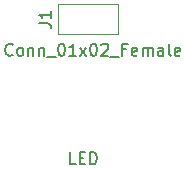
<source format=gbr>
G04 #@! TF.GenerationSoftware,KiCad,Pcbnew,(5.0.0)*
G04 #@! TF.CreationDate,2018-07-31T15:29:21+01:00*
G04 #@! TF.ProjectId,uv_led,75765F6C65642E6B696361645F706362,rev?*
G04 #@! TF.SameCoordinates,Original*
G04 #@! TF.FileFunction,Other,Fab,Top*
%FSLAX46Y46*%
G04 Gerber Fmt 4.6, Leading zero omitted, Abs format (unit mm)*
G04 Created by KiCad (PCBNEW (5.0.0)) date 07/31/18 15:29:21*
%MOMM*%
%LPD*%
G01*
G04 APERTURE LIST*
%ADD10C,0.100000*%
%ADD11C,0.150000*%
G04 APERTURE END LIST*
D10*
G04 #@! TO.C,J1*
X146050000Y-87630000D02*
X151130000Y-87630000D01*
X151130000Y-87630000D02*
X151130000Y-85090000D01*
X151130000Y-85090000D02*
X146050000Y-85090000D01*
X146050000Y-85090000D02*
X146050000Y-87630000D01*
G04 #@! TD*
G04 #@! TO.C,D1*
D11*
X147548362Y-98633540D02*
X147072172Y-98633540D01*
X147072172Y-97633540D01*
X147881696Y-98109731D02*
X148215029Y-98109731D01*
X148357886Y-98633540D02*
X147881696Y-98633540D01*
X147881696Y-97633540D01*
X148357886Y-97633540D01*
X148786458Y-98633540D02*
X148786458Y-97633540D01*
X149024553Y-97633540D01*
X149167410Y-97681160D01*
X149262648Y-97776398D01*
X149310267Y-97871636D01*
X149357886Y-98062112D01*
X149357886Y-98204969D01*
X149310267Y-98395445D01*
X149262648Y-98490683D01*
X149167410Y-98585921D01*
X149024553Y-98633540D01*
X148786458Y-98633540D01*
G04 #@! TO.C,J1*
X142214285Y-89357142D02*
X142166666Y-89404761D01*
X142023809Y-89452380D01*
X141928571Y-89452380D01*
X141785714Y-89404761D01*
X141690476Y-89309523D01*
X141642857Y-89214285D01*
X141595238Y-89023809D01*
X141595238Y-88880952D01*
X141642857Y-88690476D01*
X141690476Y-88595238D01*
X141785714Y-88500000D01*
X141928571Y-88452380D01*
X142023809Y-88452380D01*
X142166666Y-88500000D01*
X142214285Y-88547619D01*
X142785714Y-89452380D02*
X142690476Y-89404761D01*
X142642857Y-89357142D01*
X142595238Y-89261904D01*
X142595238Y-88976190D01*
X142642857Y-88880952D01*
X142690476Y-88833333D01*
X142785714Y-88785714D01*
X142928571Y-88785714D01*
X143023809Y-88833333D01*
X143071428Y-88880952D01*
X143119047Y-88976190D01*
X143119047Y-89261904D01*
X143071428Y-89357142D01*
X143023809Y-89404761D01*
X142928571Y-89452380D01*
X142785714Y-89452380D01*
X143547619Y-88785714D02*
X143547619Y-89452380D01*
X143547619Y-88880952D02*
X143595238Y-88833333D01*
X143690476Y-88785714D01*
X143833333Y-88785714D01*
X143928571Y-88833333D01*
X143976190Y-88928571D01*
X143976190Y-89452380D01*
X144452380Y-88785714D02*
X144452380Y-89452380D01*
X144452380Y-88880952D02*
X144500000Y-88833333D01*
X144595238Y-88785714D01*
X144738095Y-88785714D01*
X144833333Y-88833333D01*
X144880952Y-88928571D01*
X144880952Y-89452380D01*
X145119047Y-89547619D02*
X145880952Y-89547619D01*
X146309523Y-88452380D02*
X146404761Y-88452380D01*
X146500000Y-88500000D01*
X146547619Y-88547619D01*
X146595238Y-88642857D01*
X146642857Y-88833333D01*
X146642857Y-89071428D01*
X146595238Y-89261904D01*
X146547619Y-89357142D01*
X146500000Y-89404761D01*
X146404761Y-89452380D01*
X146309523Y-89452380D01*
X146214285Y-89404761D01*
X146166666Y-89357142D01*
X146119047Y-89261904D01*
X146071428Y-89071428D01*
X146071428Y-88833333D01*
X146119047Y-88642857D01*
X146166666Y-88547619D01*
X146214285Y-88500000D01*
X146309523Y-88452380D01*
X147595238Y-89452380D02*
X147023809Y-89452380D01*
X147309523Y-89452380D02*
X147309523Y-88452380D01*
X147214285Y-88595238D01*
X147119047Y-88690476D01*
X147023809Y-88738095D01*
X147928571Y-89452380D02*
X148452380Y-88785714D01*
X147928571Y-88785714D02*
X148452380Y-89452380D01*
X149023809Y-88452380D02*
X149119047Y-88452380D01*
X149214285Y-88500000D01*
X149261904Y-88547619D01*
X149309523Y-88642857D01*
X149357142Y-88833333D01*
X149357142Y-89071428D01*
X149309523Y-89261904D01*
X149261904Y-89357142D01*
X149214285Y-89404761D01*
X149119047Y-89452380D01*
X149023809Y-89452380D01*
X148928571Y-89404761D01*
X148880952Y-89357142D01*
X148833333Y-89261904D01*
X148785714Y-89071428D01*
X148785714Y-88833333D01*
X148833333Y-88642857D01*
X148880952Y-88547619D01*
X148928571Y-88500000D01*
X149023809Y-88452380D01*
X149738095Y-88547619D02*
X149785714Y-88500000D01*
X149880952Y-88452380D01*
X150119047Y-88452380D01*
X150214285Y-88500000D01*
X150261904Y-88547619D01*
X150309523Y-88642857D01*
X150309523Y-88738095D01*
X150261904Y-88880952D01*
X149690476Y-89452380D01*
X150309523Y-89452380D01*
X150500000Y-89547619D02*
X151261904Y-89547619D01*
X151833333Y-88928571D02*
X151500000Y-88928571D01*
X151500000Y-89452380D02*
X151500000Y-88452380D01*
X151976190Y-88452380D01*
X152738095Y-89404761D02*
X152642857Y-89452380D01*
X152452380Y-89452380D01*
X152357142Y-89404761D01*
X152309523Y-89309523D01*
X152309523Y-88928571D01*
X152357142Y-88833333D01*
X152452380Y-88785714D01*
X152642857Y-88785714D01*
X152738095Y-88833333D01*
X152785714Y-88928571D01*
X152785714Y-89023809D01*
X152309523Y-89119047D01*
X153214285Y-89452380D02*
X153214285Y-88785714D01*
X153214285Y-88880952D02*
X153261904Y-88833333D01*
X153357142Y-88785714D01*
X153500000Y-88785714D01*
X153595238Y-88833333D01*
X153642857Y-88928571D01*
X153642857Y-89452380D01*
X153642857Y-88928571D02*
X153690476Y-88833333D01*
X153785714Y-88785714D01*
X153928571Y-88785714D01*
X154023809Y-88833333D01*
X154071428Y-88928571D01*
X154071428Y-89452380D01*
X154976190Y-89452380D02*
X154976190Y-88928571D01*
X154928571Y-88833333D01*
X154833333Y-88785714D01*
X154642857Y-88785714D01*
X154547619Y-88833333D01*
X154976190Y-89404761D02*
X154880952Y-89452380D01*
X154642857Y-89452380D01*
X154547619Y-89404761D01*
X154500000Y-89309523D01*
X154500000Y-89214285D01*
X154547619Y-89119047D01*
X154642857Y-89071428D01*
X154880952Y-89071428D01*
X154976190Y-89023809D01*
X155595238Y-89452380D02*
X155500000Y-89404761D01*
X155452380Y-89309523D01*
X155452380Y-88452380D01*
X156357142Y-89404761D02*
X156261904Y-89452380D01*
X156071428Y-89452380D01*
X155976190Y-89404761D01*
X155928571Y-89309523D01*
X155928571Y-88928571D01*
X155976190Y-88833333D01*
X156071428Y-88785714D01*
X156261904Y-88785714D01*
X156357142Y-88833333D01*
X156404761Y-88928571D01*
X156404761Y-89023809D01*
X155928571Y-89119047D01*
X144442380Y-86693333D02*
X145156666Y-86693333D01*
X145299523Y-86740952D01*
X145394761Y-86836190D01*
X145442380Y-86979047D01*
X145442380Y-87074285D01*
X145442380Y-85693333D02*
X145442380Y-86264761D01*
X145442380Y-85979047D02*
X144442380Y-85979047D01*
X144585238Y-86074285D01*
X144680476Y-86169523D01*
X144728095Y-86264761D01*
G04 #@! TD*
M02*

</source>
